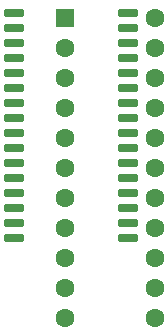
<source format=gbr>
%TF.GenerationSoftware,KiCad,Pcbnew,9.0.2*%
%TF.CreationDate,2025-08-20T10:22:47+06:00*%
%TF.ProjectId,hp3478a-fram,68703334-3738-4612-9d66-72616d2e6b69,rev?*%
%TF.SameCoordinates,Original*%
%TF.FileFunction,Soldermask,Top*%
%TF.FilePolarity,Negative*%
%FSLAX46Y46*%
G04 Gerber Fmt 4.6, Leading zero omitted, Abs format (unit mm)*
G04 Created by KiCad (PCBNEW 9.0.2) date 2025-08-20 10:22:47*
%MOMM*%
%LPD*%
G01*
G04 APERTURE LIST*
G04 Aperture macros list*
%AMRoundRect*
0 Rectangle with rounded corners*
0 $1 Rounding radius*
0 $2 $3 $4 $5 $6 $7 $8 $9 X,Y pos of 4 corners*
0 Add a 4 corners polygon primitive as box body*
4,1,4,$2,$3,$4,$5,$6,$7,$8,$9,$2,$3,0*
0 Add four circle primitives for the rounded corners*
1,1,$1+$1,$2,$3*
1,1,$1+$1,$4,$5*
1,1,$1+$1,$6,$7*
1,1,$1+$1,$8,$9*
0 Add four rect primitives between the rounded corners*
20,1,$1+$1,$2,$3,$4,$5,0*
20,1,$1+$1,$4,$5,$6,$7,0*
20,1,$1+$1,$6,$7,$8,$9,0*
20,1,$1+$1,$8,$9,$2,$3,0*%
G04 Aperture macros list end*
%ADD10RoundRect,0.250000X-0.550000X-0.550000X0.550000X-0.550000X0.550000X0.550000X-0.550000X0.550000X0*%
%ADD11C,1.600000*%
%ADD12RoundRect,0.150000X-0.737500X-0.150000X0.737500X-0.150000X0.737500X0.150000X-0.737500X0.150000X0*%
G04 APERTURE END LIST*
D10*
%TO.C,J1*%
X68692500Y-52565000D03*
D11*
X68692500Y-55105000D03*
X68692500Y-57645000D03*
X68692500Y-60185000D03*
X68692500Y-62725000D03*
X68692500Y-65265000D03*
X68692500Y-67805000D03*
X68692500Y-70345000D03*
X68692500Y-72885000D03*
X68692500Y-75425000D03*
X68692500Y-77965000D03*
X76312500Y-77965000D03*
X76312500Y-75425000D03*
X76312500Y-72885000D03*
X76312500Y-70345000D03*
X76312500Y-67805000D03*
X76312500Y-65265000D03*
X76312500Y-62725000D03*
X76312500Y-60185000D03*
X76312500Y-57645000D03*
X76312500Y-55105000D03*
X76312500Y-52565000D03*
%TD*%
D12*
%TO.C,U1*%
X64425000Y-52190000D03*
X64425000Y-53460000D03*
X64425000Y-54730000D03*
X64425000Y-56000000D03*
X64425000Y-57270000D03*
X64425000Y-58540000D03*
X64425000Y-59810000D03*
X64425000Y-61080000D03*
X64425000Y-62350000D03*
X64425000Y-63620000D03*
X64425000Y-64890000D03*
X64425000Y-66160000D03*
X64425000Y-67430000D03*
X64425000Y-68700000D03*
X64425000Y-69970000D03*
X64425000Y-71240000D03*
X74000000Y-71240000D03*
X74000000Y-69970000D03*
X74000000Y-68700000D03*
X74000000Y-67430000D03*
X74000000Y-66160000D03*
X74000000Y-64890000D03*
X74000000Y-63620000D03*
X74000000Y-62350000D03*
X74000000Y-61080000D03*
X74000000Y-59810000D03*
X74000000Y-58540000D03*
X74000000Y-57270000D03*
X74000000Y-56000000D03*
X74000000Y-54730000D03*
X74000000Y-53460000D03*
X74000000Y-52190000D03*
%TD*%
M02*

</source>
